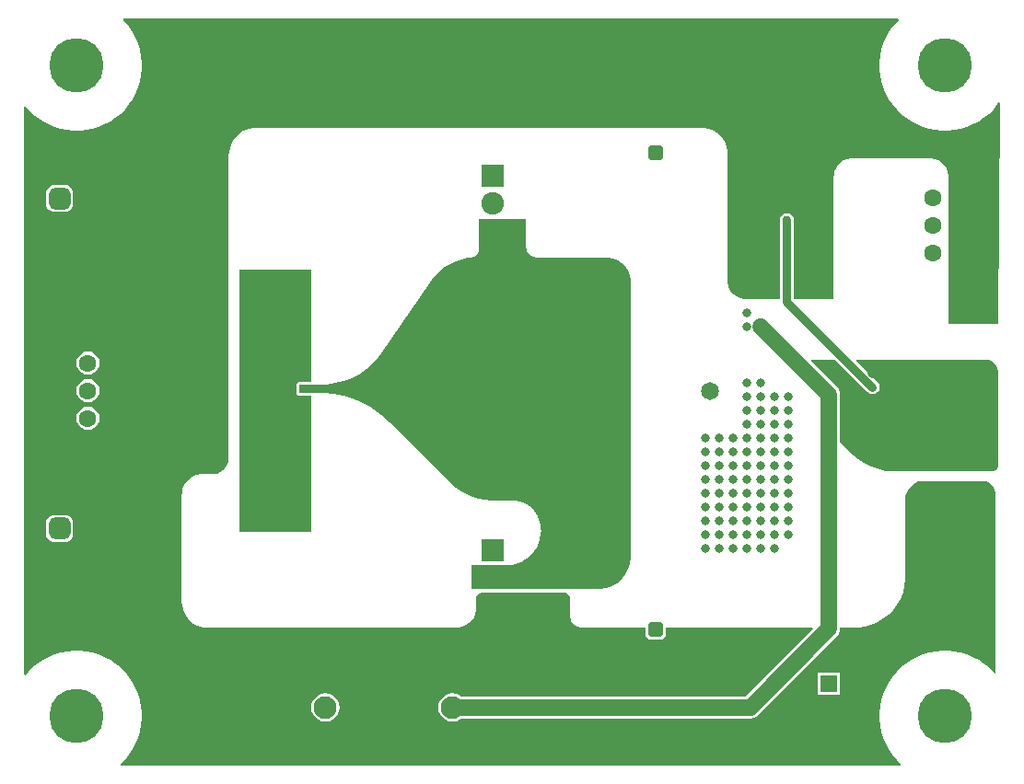
<source format=gbl>
G04*
G04 #@! TF.GenerationSoftware,Altium Limited,Altium Designer,21.1.1 (26)*
G04*
G04 Layer_Physical_Order=2*
G04 Layer_Color=16711680*
%FSLAX25Y25*%
%MOIN*%
G70*
G04*
G04 #@! TF.SameCoordinates,71F490B5-E471-4577-894E-B108FF22964F*
G04*
G04*
G04 #@! TF.FilePolarity,Positive*
G04*
G01*
G75*
%ADD46C,0.03000*%
G04:AMPARAMS|DCode=47|XSize=76.77mil|YSize=76.77mil|CornerRadius=19.19mil|HoleSize=0mil|Usage=FLASHONLY|Rotation=270.000|XOffset=0mil|YOffset=0mil|HoleType=Round|Shape=RoundedRectangle|*
%AMROUNDEDRECTD47*
21,1,0.07677,0.03839,0,0,270.0*
21,1,0.03839,0.07677,0,0,270.0*
1,1,0.03839,-0.01919,-0.01919*
1,1,0.03839,-0.01919,0.01919*
1,1,0.03839,0.01919,0.01919*
1,1,0.03839,0.01919,-0.01919*
%
%ADD47ROUNDEDRECTD47*%
%ADD48C,0.07677*%
%ADD49C,0.08268*%
%ADD50R,0.05906X0.05906*%
%ADD51C,0.05906*%
G04:AMPARAMS|DCode=52|XSize=55.12mil|YSize=55.12mil|CornerRadius=13.78mil|HoleSize=0mil|Usage=FLASHONLY|Rotation=270.000|XOffset=0mil|YOffset=0mil|HoleType=Round|Shape=RoundedRectangle|*
%AMROUNDEDRECTD52*
21,1,0.05512,0.02756,0,0,270.0*
21,1,0.02756,0.05512,0,0,270.0*
1,1,0.02756,-0.01378,-0.01378*
1,1,0.02756,-0.01378,0.01378*
1,1,0.02756,0.01378,0.01378*
1,1,0.02756,0.01378,-0.01378*
%
%ADD52ROUNDEDRECTD52*%
%ADD53C,0.05512*%
%ADD54C,0.06496*%
G04:AMPARAMS|DCode=55|XSize=62.99mil|YSize=62.99mil|CornerRadius=15.75mil|HoleSize=0mil|Usage=FLASHONLY|Rotation=270.000|XOffset=0mil|YOffset=0mil|HoleType=Round|Shape=RoundedRectangle|*
%AMROUNDEDRECTD55*
21,1,0.06299,0.03150,0,0,270.0*
21,1,0.03150,0.06299,0,0,270.0*
1,1,0.03150,-0.01575,-0.01575*
1,1,0.03150,-0.01575,0.01575*
1,1,0.03150,0.01575,0.01575*
1,1,0.03150,0.01575,-0.01575*
%
%ADD55ROUNDEDRECTD55*%
%ADD56C,0.06299*%
%ADD57C,0.19685*%
%ADD58R,0.08150X0.08150*%
%ADD59C,0.08150*%
%ADD60C,0.03150*%
%ADD61C,0.03000*%
%ADD62C,0.02362*%
%ADD63C,0.06000*%
G36*
X214500Y437000D02*
X456666Y437000D01*
X456857Y436538D01*
X456190Y435871D01*
X454719Y434078D01*
X453430Y432150D01*
X452337Y430104D01*
X451449Y427962D01*
X450776Y425742D01*
X450324Y423468D01*
X450096Y421160D01*
Y418840D01*
X450324Y416532D01*
X450776Y414258D01*
X451449Y412038D01*
X452337Y409896D01*
X453430Y407850D01*
X454719Y405922D01*
X456190Y404129D01*
X457830Y402489D01*
X459623Y401018D01*
X461551Y399729D01*
X463597Y398636D01*
X465739Y397748D01*
X467959Y397075D01*
X470233Y396623D01*
X472541Y396395D01*
X474861D01*
X477169Y396623D01*
X479443Y397075D01*
X481663Y397748D01*
X483805Y398636D01*
X485851Y399729D01*
X487779Y401018D01*
X489572Y402489D01*
X491212Y404129D01*
X492683Y405922D01*
X493128Y406587D01*
X493606Y406440D01*
X493000Y326500D01*
X475000D01*
X475000Y379500D01*
X475000D01*
X475000Y379500D01*
X474966Y380186D01*
X474699Y381532D01*
X474173Y382800D01*
X473411Y383941D01*
X472441Y384911D01*
X471300Y385673D01*
X470032Y386199D01*
X468686Y386466D01*
X468000Y386500D01*
X440361Y386500D01*
X440361Y386500D01*
X439688Y386467D01*
X438369Y386205D01*
X437127Y385690D01*
X436008Y384943D01*
X435057Y383992D01*
X434310Y382873D01*
X433795Y381631D01*
X433533Y380312D01*
X433500Y379639D01*
X433500Y335500D01*
X419105D01*
X419049Y335556D01*
Y364000D01*
X418855Y364976D01*
X418302Y365802D01*
X417476Y366355D01*
X416500Y366549D01*
X415524Y366355D01*
X414698Y365802D01*
X414145Y364976D01*
X413951Y364000D01*
Y335500D01*
X401500D01*
X400860Y335500D01*
X399604Y335750D01*
X398421Y336240D01*
X397356Y336951D01*
X396451Y337856D01*
X395740Y338921D01*
X395250Y340104D01*
X395000Y341360D01*
X395000Y342000D01*
X395000Y388000D01*
X395000D01*
X395000Y388000D01*
X394954Y388931D01*
X394591Y390758D01*
X393878Y392478D01*
X392844Y394027D01*
X391527Y395344D01*
X389978Y396378D01*
X388258Y397091D01*
X386431Y397454D01*
X385500Y397500D01*
X224500Y397500D01*
X224500Y397500D01*
X223520Y397452D01*
X221597Y397069D01*
X219786Y396319D01*
X218156Y395230D01*
X216770Y393844D01*
X215681Y392214D01*
X214931Y390403D01*
X214548Y388480D01*
X214500Y387500D01*
X214500Y278000D01*
X214500Y278000D01*
X214500Y277409D01*
X214269Y276250D01*
X213817Y275158D01*
X213160Y274175D01*
X212325Y273340D01*
X211342Y272683D01*
X210250Y272231D01*
X209091Y272000D01*
X208500Y272000D01*
X205000D01*
X205000Y272000D01*
X204265Y271964D01*
X202823Y271677D01*
X201465Y271114D01*
X200242Y270298D01*
X199202Y269258D01*
X198386Y268035D01*
X197823Y266677D01*
X197536Y265235D01*
X197500Y264500D01*
Y244500D01*
X197500Y225500D01*
X197543Y224618D01*
X197887Y222887D01*
X198563Y221257D01*
X199543Y219790D01*
X200790Y218543D01*
X202257Y217563D01*
X203887Y216887D01*
X205618Y216543D01*
X206500Y216500D01*
X297000D01*
X297686Y216534D01*
X299032Y216801D01*
X300300Y217326D01*
X301441Y218089D01*
X302411Y219059D01*
X303173Y220200D01*
X303699Y221468D01*
X303966Y222814D01*
X304000Y223500D01*
X304000Y226029D01*
X304000Y226500D01*
X304000Y226500D01*
X304000Y226500D01*
X304000Y226500D01*
X304000Y226997D01*
X304380Y227916D01*
X305084Y228620D01*
X306003Y229000D01*
X306500Y229000D01*
X336001Y229000D01*
X336001Y229000D01*
X336001Y229000D01*
X336001D01*
X336462Y228974D01*
X337133Y228695D01*
X337696Y228133D01*
X338000Y227398D01*
X338000Y227000D01*
X338000Y220500D01*
X338019Y220108D01*
X338172Y219339D01*
X338472Y218614D01*
X338908Y217962D01*
X339462Y217408D01*
X340114Y216972D01*
X340839Y216672D01*
X341608Y216519D01*
X342000Y216500D01*
X365197D01*
Y214465D01*
X365382Y213537D01*
X365908Y212750D01*
X366694Y212225D01*
X367622Y212040D01*
X370378D01*
X371306Y212225D01*
X372092Y212750D01*
X372618Y213537D01*
X372802Y214465D01*
Y216500D01*
X425834D01*
X426025Y216038D01*
X401522Y191534D01*
X298675D01*
X298089Y191984D01*
X296840Y192502D01*
X295500Y192678D01*
X294160Y192502D01*
X292911Y191984D01*
X291839Y191162D01*
X291016Y190089D01*
X290498Y188840D01*
X290322Y187500D01*
X290498Y186160D01*
X291016Y184911D01*
X291839Y183838D01*
X292911Y183016D01*
X294160Y182498D01*
X295500Y182322D01*
X296840Y182498D01*
X298089Y183016D01*
X298675Y183466D01*
X403193D01*
X403193Y183466D01*
X404237Y183603D01*
X405210Y184006D01*
X406046Y184647D01*
X434546Y213147D01*
X434546Y213147D01*
X435187Y213983D01*
X435590Y214956D01*
X435727Y216000D01*
X435727Y216000D01*
Y216500D01*
X441000D01*
X442210Y216540D01*
X444609Y216855D01*
X446947Y217482D01*
X449182Y218408D01*
X451278Y219618D01*
X453198Y221091D01*
X454909Y222802D01*
X456382Y224722D01*
X457592Y226818D01*
X458518Y229053D01*
X459144Y231391D01*
X459460Y233790D01*
X459500Y235000D01*
X459500Y262529D01*
X459500Y263000D01*
X459500Y263000D01*
X459500Y263000D01*
X459500Y263000D01*
X459500Y263640D01*
X459750Y264896D01*
X460240Y266079D01*
X460951Y267144D01*
X461856Y268049D01*
X462921Y268760D01*
X464104Y269250D01*
X465360Y269500D01*
X466000Y269500D01*
X487500Y269500D01*
X487500Y269500D01*
X487500Y269500D01*
X487504D01*
X487963Y269496D01*
X488813Y269327D01*
X489632Y268988D01*
X490369Y268495D01*
X490995Y267869D01*
X491488Y267132D01*
X491827Y266313D01*
X492000Y265443D01*
X492000Y265000D01*
X492000Y200062D01*
X491529Y199894D01*
X491212Y200280D01*
X489572Y201920D01*
X487779Y203392D01*
X485851Y204680D01*
X483805Y205773D01*
X481663Y206661D01*
X479443Y207334D01*
X477169Y207786D01*
X474861Y208014D01*
X472541D01*
X470233Y207786D01*
X467959Y207334D01*
X465739Y206661D01*
X463597Y205773D01*
X461551Y204680D01*
X459623Y203392D01*
X457830Y201920D01*
X456190Y200280D01*
X454719Y198487D01*
X453430Y196559D01*
X452337Y194514D01*
X451449Y192371D01*
X450776Y190152D01*
X450324Y187877D01*
X450096Y185569D01*
Y183250D01*
X450324Y180941D01*
X450776Y178667D01*
X451449Y176447D01*
X452337Y174305D01*
X453430Y172259D01*
X454719Y170331D01*
X456190Y168538D01*
X457728Y167000D01*
X457584Y166500D01*
X175490Y166500D01*
X175347Y167000D01*
X176885Y168538D01*
X178356Y170331D01*
X179645Y172259D01*
X180738Y174305D01*
X181626Y176447D01*
X182299Y178667D01*
X182751Y180941D01*
X182979Y183250D01*
Y185569D01*
X182751Y187877D01*
X182299Y190152D01*
X181626Y192371D01*
X180738Y194514D01*
X179645Y196559D01*
X178356Y198487D01*
X176885Y200280D01*
X175245Y201920D01*
X173452Y203392D01*
X171524Y204680D01*
X169478Y205773D01*
X167336Y206661D01*
X165116Y207334D01*
X162842Y207786D01*
X160534Y208014D01*
X158214D01*
X155906Y207786D01*
X153632Y207334D01*
X151412Y206661D01*
X149270Y205773D01*
X147224Y204680D01*
X145296Y203392D01*
X143503Y201920D01*
X141863Y200280D01*
X140971Y199193D01*
X140500Y199361D01*
X140500Y405048D01*
X140971Y405216D01*
X141863Y404129D01*
X143503Y402489D01*
X145296Y401018D01*
X147224Y399729D01*
X149270Y398636D01*
X151412Y397748D01*
X153632Y397075D01*
X155906Y396623D01*
X158214Y396395D01*
X160534D01*
X162842Y396623D01*
X165116Y397075D01*
X167336Y397748D01*
X169478Y398636D01*
X171524Y399729D01*
X173452Y401018D01*
X175245Y402489D01*
X176885Y404129D01*
X178356Y405922D01*
X179645Y407850D01*
X180738Y409896D01*
X181626Y412038D01*
X182299Y414258D01*
X182751Y416532D01*
X182979Y418840D01*
Y421160D01*
X182751Y423468D01*
X182299Y425742D01*
X181626Y427962D01*
X180738Y430104D01*
X179645Y432150D01*
X178356Y434078D01*
X176885Y435871D01*
X176218Y436538D01*
X176409Y437000D01*
X214500Y437000D01*
D02*
G37*
G36*
X488500Y313500D02*
X488500Y313500D01*
X488504D01*
X488963Y313496D01*
X489813Y313327D01*
X490632Y312988D01*
X491369Y312495D01*
X491995Y311869D01*
X492488Y311132D01*
X492827Y310313D01*
X493000Y309443D01*
X493000Y309000D01*
X493000Y275000D01*
X493000Y275000D01*
Y274602D01*
X492696Y273867D01*
X492133Y273305D01*
X491398Y273000D01*
X491000D01*
X455743Y273000D01*
X454646D01*
X452465Y273215D01*
X450314Y273643D01*
X448216Y274279D01*
X446191Y275118D01*
X444257Y276151D01*
X442434Y277369D01*
X440740Y278760D01*
X439964Y279536D01*
X435727Y283773D01*
Y300807D01*
X435727Y300807D01*
X435590Y301851D01*
X435187Y302824D01*
X434546Y303660D01*
X425206Y313000D01*
X425413Y313500D01*
X433895D01*
X445698Y301698D01*
X446524Y301145D01*
X447500Y300951D01*
X448476Y301145D01*
X449302Y301698D01*
X449855Y302524D01*
X450049Y303500D01*
X449855Y304475D01*
X449302Y305302D01*
X441567Y313038D01*
X441758Y313500D01*
X488500D01*
X488500Y313500D01*
D02*
G37*
G36*
X244500Y305520D02*
X240000D01*
X239610Y305442D01*
X239279Y305221D01*
X239058Y304890D01*
X238980Y304500D01*
Y301500D01*
X239058Y301110D01*
X239279Y300779D01*
X239610Y300558D01*
X240000Y300480D01*
X244500Y300480D01*
Y251000D01*
X218500D01*
Y346000D01*
X244500D01*
Y305520D01*
D02*
G37*
G36*
X322000Y354500D02*
X322019Y354108D01*
X322172Y353339D01*
X322472Y352614D01*
X322908Y351962D01*
X323462Y351408D01*
X324114Y350972D01*
X324839Y350672D01*
X325608Y350519D01*
X326000Y350500D01*
X351000Y350500D01*
X351886Y350500D01*
X353625Y350154D01*
X355263Y349476D01*
X356737Y348491D01*
X357991Y347237D01*
X358976Y345763D01*
X359654Y344125D01*
X360000Y342386D01*
X360000Y341500D01*
X360000D01*
X360000Y341500D01*
X360000Y242000D01*
X360000Y241246D01*
X359803Y239752D01*
X359413Y238295D01*
X358836Y236903D01*
X358082Y235597D01*
X357165Y234401D01*
X356099Y233335D01*
X354903Y232417D01*
X353597Y231664D01*
X352204Y231087D01*
X350748Y230697D01*
X349254Y230500D01*
X348500Y230500D01*
X302500D01*
Y239000D01*
X315000Y239000D01*
X315787Y239025D01*
X317349Y239223D01*
X318874Y239615D01*
X320337Y240197D01*
X321716Y240957D01*
X322988Y241885D01*
X324133Y242966D01*
X325134Y244182D01*
X325973Y245514D01*
X326639Y246941D01*
X327120Y248440D01*
X327408Y249988D01*
X327479Y250772D01*
X327515Y251341D01*
X327503Y252480D01*
X327379Y253612D01*
X327145Y254727D01*
X326803Y255813D01*
X326356Y256861D01*
X325809Y257860D01*
X325166Y258800D01*
X324811Y259245D01*
X324322Y259658D01*
X323285Y260408D01*
X322181Y261053D01*
X321018Y261587D01*
X319809Y262005D01*
X318564Y262301D01*
X317297Y262475D01*
X316018Y262523D01*
X315379Y262500D01*
X315379Y262500D01*
X315379Y262500D01*
X310600Y262500D01*
X309462D01*
X307195Y262723D01*
X304962Y263168D01*
X302783Y263828D01*
X300679Y264700D01*
X298670Y265774D01*
X296777Y267039D01*
X295017Y268483D01*
X294211Y269288D01*
Y269288D01*
X272435Y291065D01*
X271168Y292271D01*
X268466Y294489D01*
X265559Y296431D01*
X262475Y298079D01*
X259245Y299417D01*
X255899Y300432D01*
X252470Y301114D01*
X248991Y301457D01*
X247243Y301500D01*
X247243Y301500D01*
X247243Y301500D01*
X240000Y301500D01*
Y304500D01*
X248527D01*
X250076Y304547D01*
X253150Y304922D01*
X256157Y305667D01*
X259051Y306770D01*
X261790Y308216D01*
X264333Y309983D01*
X266644Y312045D01*
X268689Y314371D01*
X269601Y315623D01*
X287330Y341568D01*
X287954Y342482D01*
X289394Y344165D01*
X291006Y345684D01*
X292772Y347019D01*
X294672Y348157D01*
X296683Y349084D01*
X298783Y349788D01*
X300946Y350262D01*
X302047Y350381D01*
Y350381D01*
X302346Y350427D01*
X302925Y350601D01*
X303463Y350876D01*
X303941Y351245D01*
X304345Y351695D01*
X304660Y352210D01*
X304876Y352775D01*
X304986Y353369D01*
X305000Y353671D01*
X305000D01*
X305000Y364500D01*
X322000Y364500D01*
X322000Y354500D01*
D02*
G37*
%LPC*%
G36*
X155148Y376706D02*
X151309D01*
X150547Y376606D01*
X149837Y376312D01*
X149227Y375844D01*
X148759Y375234D01*
X148465Y374524D01*
X148365Y373762D01*
Y369923D01*
X148465Y369161D01*
X148759Y368451D01*
X149227Y367841D01*
X149837Y367373D01*
X150547Y367079D01*
X151309Y366979D01*
X155148D01*
X155910Y367079D01*
X156620Y367373D01*
X157230Y367841D01*
X157698Y368451D01*
X157992Y369161D01*
X158092Y369923D01*
Y373762D01*
X157992Y374524D01*
X157698Y375234D01*
X157230Y375844D01*
X156620Y376312D01*
X155910Y376606D01*
X155148Y376706D01*
D02*
G37*
G36*
X163500Y316385D02*
X162417Y316243D01*
X161407Y315825D01*
X160540Y315160D01*
X159875Y314293D01*
X159457Y313283D01*
X159315Y312200D01*
X159457Y311117D01*
X159875Y310107D01*
X160540Y309241D01*
X161407Y308575D01*
X162417Y308157D01*
X163500Y308015D01*
X164583Y308157D01*
X165593Y308575D01*
X166460Y309241D01*
X167125Y310107D01*
X167543Y311117D01*
X167685Y312200D01*
X167543Y313283D01*
X167125Y314293D01*
X166460Y315160D01*
X165593Y315825D01*
X164583Y316243D01*
X163500Y316385D01*
D02*
G37*
G36*
Y306385D02*
X162417Y306243D01*
X161407Y305825D01*
X160540Y305159D01*
X159875Y304293D01*
X159457Y303283D01*
X159315Y302200D01*
X159457Y301117D01*
X159875Y300107D01*
X160540Y299240D01*
X161407Y298575D01*
X162417Y298157D01*
X163500Y298015D01*
X164583Y298157D01*
X165593Y298575D01*
X166460Y299240D01*
X167125Y300107D01*
X167543Y301117D01*
X167685Y302200D01*
X167543Y303283D01*
X167125Y304293D01*
X166460Y305159D01*
X165593Y305825D01*
X164583Y306243D01*
X163500Y306385D01*
D02*
G37*
G36*
Y296385D02*
X162417Y296243D01*
X161407Y295825D01*
X160540Y295160D01*
X159875Y294293D01*
X159457Y293283D01*
X159315Y292200D01*
X159457Y291117D01*
X159875Y290107D01*
X160540Y289241D01*
X161407Y288575D01*
X162417Y288157D01*
X163500Y288015D01*
X164583Y288157D01*
X165593Y288575D01*
X166460Y289241D01*
X167125Y290107D01*
X167543Y291117D01*
X167685Y292200D01*
X167543Y293283D01*
X167125Y294293D01*
X166460Y295160D01*
X165593Y295825D01*
X164583Y296243D01*
X163500Y296385D01*
D02*
G37*
G36*
X155148Y257106D02*
X151309D01*
X150547Y257006D01*
X149837Y256712D01*
X149227Y256244D01*
X148759Y255634D01*
X148465Y254924D01*
X148365Y254162D01*
Y250323D01*
X148465Y249561D01*
X148759Y248851D01*
X149227Y248241D01*
X149837Y247773D01*
X150547Y247479D01*
X151309Y247379D01*
X155148D01*
X155910Y247479D01*
X156620Y247773D01*
X157230Y248241D01*
X157698Y248851D01*
X157992Y249561D01*
X158092Y250323D01*
Y254162D01*
X157992Y254924D01*
X157698Y255634D01*
X157230Y256244D01*
X156620Y256712D01*
X155910Y257006D01*
X155148Y257106D01*
D02*
G37*
G36*
X435646Y199953D02*
X427740D01*
Y192047D01*
X435646D01*
Y199953D01*
D02*
G37*
G36*
X249500Y192678D02*
X248160Y192502D01*
X246911Y191984D01*
X245838Y191162D01*
X245016Y190089D01*
X244498Y188840D01*
X244322Y187500D01*
X244498Y186160D01*
X245016Y184911D01*
X245838Y183838D01*
X246911Y183016D01*
X248160Y182498D01*
X249500Y182322D01*
X250840Y182498D01*
X252089Y183016D01*
X253162Y183838D01*
X253984Y184911D01*
X254502Y186160D01*
X254678Y187500D01*
X254502Y188840D01*
X253984Y190089D01*
X253162Y191162D01*
X252089Y191984D01*
X250840Y192502D01*
X249500Y192678D01*
D02*
G37*
%LPD*%
D46*
X416500Y334500D02*
X447500Y303500D01*
X416500Y334500D02*
Y364000D01*
D47*
X153228Y371843D02*
D03*
X478772Y264657D02*
D03*
X153228Y252242D02*
D03*
D48*
Y352157D02*
D03*
X478772Y284343D02*
D03*
X153228Y232558D02*
D03*
D49*
X295500Y187500D02*
D03*
X272500D02*
D03*
X249500D02*
D03*
D50*
X431693Y196000D02*
D03*
D51*
Y206000D02*
D03*
Y216000D02*
D03*
D52*
X369000Y388500D02*
D03*
X369000Y215843D02*
D03*
D53*
X369000Y408185D02*
D03*
X369000Y196158D02*
D03*
D54*
X388685Y302200D02*
D03*
X349315D02*
D03*
D55*
X153500Y312200D02*
D03*
X479500Y352000D02*
D03*
D56*
X163500Y312200D02*
D03*
X153500Y302200D02*
D03*
X163500D02*
D03*
X153500Y292200D02*
D03*
X163500D02*
D03*
X469500Y372000D02*
D03*
X479500D02*
D03*
X469500Y362000D02*
D03*
X479500D02*
D03*
X469500Y352000D02*
D03*
D57*
X473701Y420000D02*
D03*
Y184409D02*
D03*
X159374Y184409D02*
D03*
Y420000D02*
D03*
D58*
X310000Y380000D02*
D03*
Y244500D02*
D03*
D59*
Y370000D02*
D03*
Y360000D02*
D03*
Y234500D02*
D03*
Y224500D02*
D03*
D60*
X297500Y334000D02*
D03*
X302500D02*
D03*
X322500D02*
D03*
X327500D02*
D03*
X317500D02*
D03*
X312500D02*
D03*
X307500D02*
D03*
X292500D02*
D03*
X402000Y330500D02*
D03*
Y325500D02*
D03*
X387000Y285000D02*
D03*
Y280000D02*
D03*
X392000Y285000D02*
D03*
Y280000D02*
D03*
X397000D02*
D03*
Y285000D02*
D03*
X387000Y260000D02*
D03*
Y265000D02*
D03*
X397000Y260000D02*
D03*
X392000D02*
D03*
Y265000D02*
D03*
X397000D02*
D03*
Y275000D02*
D03*
X392000D02*
D03*
Y270000D02*
D03*
X397000D02*
D03*
X387000Y275000D02*
D03*
Y270000D02*
D03*
Y255000D02*
D03*
X397000D02*
D03*
X392000D02*
D03*
X397000Y250000D02*
D03*
X392000D02*
D03*
Y245000D02*
D03*
X397000D02*
D03*
X387000Y250000D02*
D03*
Y245000D02*
D03*
X402000Y305000D02*
D03*
X407000D02*
D03*
X402000Y245000D02*
D03*
Y250000D02*
D03*
X412000Y245000D02*
D03*
X407000D02*
D03*
Y250000D02*
D03*
X412000D02*
D03*
X417000D02*
D03*
X407000Y255000D02*
D03*
X412000D02*
D03*
X417000D02*
D03*
X402000D02*
D03*
Y270000D02*
D03*
Y275000D02*
D03*
X417000Y270000D02*
D03*
X412000D02*
D03*
X407000D02*
D03*
Y275000D02*
D03*
X412000D02*
D03*
X417000D02*
D03*
Y265000D02*
D03*
X412000D02*
D03*
X407000D02*
D03*
Y260000D02*
D03*
X412000D02*
D03*
X417000D02*
D03*
X402000Y265000D02*
D03*
Y260000D02*
D03*
X412000Y300000D02*
D03*
X417000D02*
D03*
X412000Y285000D02*
D03*
Y280000D02*
D03*
Y290000D02*
D03*
Y295000D02*
D03*
X417000D02*
D03*
Y290000D02*
D03*
Y285000D02*
D03*
Y280000D02*
D03*
X407000D02*
D03*
Y285000D02*
D03*
Y290000D02*
D03*
Y295000D02*
D03*
X402000D02*
D03*
Y290000D02*
D03*
Y280000D02*
D03*
Y285000D02*
D03*
X407000Y300000D02*
D03*
X402000D02*
D03*
X287500Y284000D02*
D03*
X327500Y274000D02*
D03*
X307500Y279000D02*
D03*
Y274000D02*
D03*
Y284000D02*
D03*
X322500D02*
D03*
X327500D02*
D03*
X317500D02*
D03*
X312500D02*
D03*
X322500Y279000D02*
D03*
X327500D02*
D03*
X317500D02*
D03*
X312500D02*
D03*
X322500Y274000D02*
D03*
X317500D02*
D03*
X312500D02*
D03*
X302500D02*
D03*
Y279000D02*
D03*
Y284000D02*
D03*
X297500D02*
D03*
Y274000D02*
D03*
Y279000D02*
D03*
X292500Y284000D02*
D03*
Y279000D02*
D03*
X287500Y329000D02*
D03*
X282500Y314000D02*
D03*
Y309000D02*
D03*
Y319000D02*
D03*
Y324000D02*
D03*
X287500D02*
D03*
Y319000D02*
D03*
Y314000D02*
D03*
Y309000D02*
D03*
X292500Y324000D02*
D03*
Y319000D02*
D03*
Y309000D02*
D03*
Y314000D02*
D03*
Y329000D02*
D03*
Y294000D02*
D03*
Y289000D02*
D03*
Y299000D02*
D03*
Y304000D02*
D03*
X287500Y289000D02*
D03*
Y294000D02*
D03*
Y299000D02*
D03*
Y304000D02*
D03*
X282500D02*
D03*
Y299000D02*
D03*
Y289000D02*
D03*
Y294000D02*
D03*
X297500D02*
D03*
Y289000D02*
D03*
Y299000D02*
D03*
Y304000D02*
D03*
X302500D02*
D03*
Y299000D02*
D03*
Y294000D02*
D03*
Y289000D02*
D03*
X312500D02*
D03*
X317500D02*
D03*
X322500D02*
D03*
X312500Y294000D02*
D03*
X317500D02*
D03*
X327500D02*
D03*
X322500D02*
D03*
X312500Y299000D02*
D03*
X317500D02*
D03*
X327500D02*
D03*
X322500D02*
D03*
X312500Y304000D02*
D03*
X317500D02*
D03*
X327500D02*
D03*
X322500D02*
D03*
X307500D02*
D03*
Y299000D02*
D03*
Y289000D02*
D03*
Y294000D02*
D03*
X327500Y289000D02*
D03*
Y309000D02*
D03*
X307500Y329000D02*
D03*
X312500D02*
D03*
X317500D02*
D03*
X327500D02*
D03*
X322500D02*
D03*
X307500Y314000D02*
D03*
Y309000D02*
D03*
Y319000D02*
D03*
Y324000D02*
D03*
X322500D02*
D03*
X327500D02*
D03*
X317500D02*
D03*
X312500D02*
D03*
X322500Y319000D02*
D03*
X327500D02*
D03*
X317500D02*
D03*
X312500D02*
D03*
X322500Y314000D02*
D03*
X327500D02*
D03*
X317500D02*
D03*
X312500D02*
D03*
X322500Y309000D02*
D03*
X317500D02*
D03*
X312500D02*
D03*
X302500D02*
D03*
Y314000D02*
D03*
Y319000D02*
D03*
Y324000D02*
D03*
X297500D02*
D03*
Y319000D02*
D03*
Y309000D02*
D03*
Y314000D02*
D03*
X302500Y329000D02*
D03*
X297500D02*
D03*
X447500Y308500D02*
D03*
X452500D02*
D03*
X447500Y293500D02*
D03*
Y288500D02*
D03*
Y298500D02*
D03*
Y303500D02*
D03*
X452500D02*
D03*
Y298500D02*
D03*
Y293500D02*
D03*
Y288500D02*
D03*
X462500D02*
D03*
X467500D02*
D03*
X472500D02*
D03*
X462500Y293500D02*
D03*
X467500D02*
D03*
X477500D02*
D03*
X472500D02*
D03*
X462500Y298500D02*
D03*
X467500D02*
D03*
X477500D02*
D03*
X472500D02*
D03*
X462500Y303500D02*
D03*
X467500D02*
D03*
X477500D02*
D03*
X472500D02*
D03*
X457500D02*
D03*
Y298500D02*
D03*
Y288500D02*
D03*
Y293500D02*
D03*
X472500Y308500D02*
D03*
X477500D02*
D03*
X467500D02*
D03*
X462500D02*
D03*
X457500D02*
D03*
D61*
X212000Y297500D02*
D03*
X194000Y197500D02*
D03*
X214000D02*
D03*
X407000Y325500D02*
D03*
X408500Y348500D02*
D03*
X221000Y343000D02*
D03*
X226000D02*
D03*
X231000D02*
D03*
X236000D02*
D03*
X241000D02*
D03*
X242000Y259000D02*
D03*
Y254000D02*
D03*
X227000D02*
D03*
X232000D02*
D03*
X237000D02*
D03*
X222000D02*
D03*
X237000Y259000D02*
D03*
X232000D02*
D03*
X227000D02*
D03*
X222000D02*
D03*
X431500Y339000D02*
D03*
X205000Y284500D02*
D03*
Y325500D02*
D03*
X416500Y364000D02*
D03*
D62*
X479201Y425500D02*
D03*
Y414500D02*
D03*
X468201D02*
D03*
Y425500D02*
D03*
X465701Y420000D02*
D03*
X481701D02*
D03*
X473701Y412000D02*
D03*
Y428000D02*
D03*
X479201Y189909D02*
D03*
Y178909D02*
D03*
X468201D02*
D03*
Y189909D02*
D03*
X465701Y184409D02*
D03*
X481701D02*
D03*
X473701Y176409D02*
D03*
Y192409D02*
D03*
X164874Y189909D02*
D03*
Y178909D02*
D03*
X153874D02*
D03*
Y189909D02*
D03*
X151374Y184409D02*
D03*
X167374D02*
D03*
X159374Y176409D02*
D03*
Y192409D02*
D03*
X164874Y425500D02*
D03*
Y414500D02*
D03*
X153874D02*
D03*
Y425500D02*
D03*
X151374Y420000D02*
D03*
X167374D02*
D03*
X159374Y412000D02*
D03*
Y428000D02*
D03*
D63*
X407000Y325500D02*
X431693Y300807D01*
Y216000D02*
Y300807D01*
X403193Y187500D02*
X431693Y216000D01*
X295500Y187500D02*
X403193D01*
M02*

</source>
